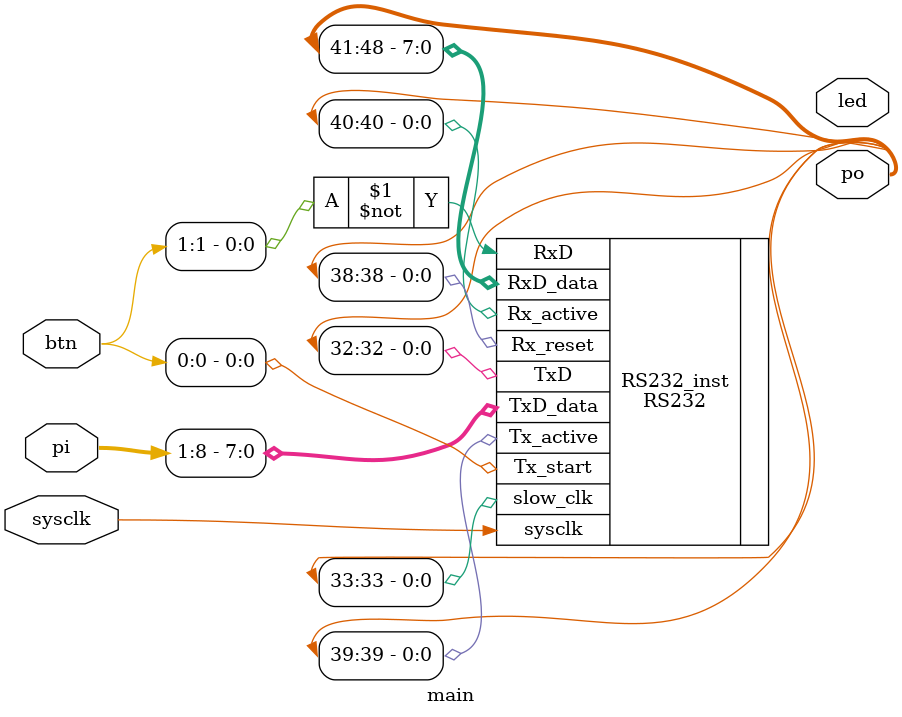
<source format=v>
`timescale 1ns / 1ps

module main(
  // 12 MHz system clock
  input sysclk,
    
  // for debugging only
  input [1:0]btn,
  output [1:0] led,
  input [1:23]pi,
  output [26:48]po
);

RS232 RS232_inst(
  .sysclk(sysclk),
  .RxD(~btn[1]),
  .TxD(po[32]),
  .Tx_start(btn[0]),
  .TxD_data(pi[1:8]),
  .RxD_data(po[41:48]),
  .slow_clk(po[33]),
  .Rx_active(po[40]),
  .Tx_active(po[39]),
  .Rx_reset(po[38])
);

endmodule
</source>
